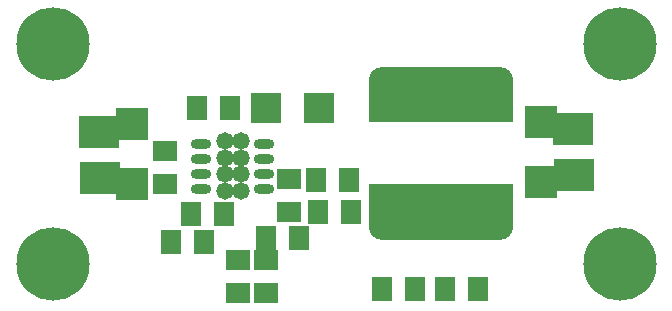
<source format=gts>
G04 Layer_Color=8388736*
%FSAX25Y25*%
%MOIN*%
G70*
G01*
G75*
%ADD41R,0.07887X0.07099*%
%ADD42R,0.07099X0.07887*%
G04:AMPARAMS|DCode=43|XSize=480.44mil|YSize=165.48mil|CornerRadius=43.37mil|HoleSize=0mil|Usage=FLASHONLY|Rotation=0.000|XOffset=0mil|YOffset=0mil|HoleType=Round|Shape=RoundedRectangle|*
%AMROUNDEDRECTD43*
21,1,0.48044,0.07874,0,0,0.0*
21,1,0.39370,0.16548,0,0,0.0*
1,1,0.08674,0.19685,-0.03937*
1,1,0.08674,-0.19685,-0.03937*
1,1,0.08674,-0.19685,0.03937*
1,1,0.08674,0.19685,0.03937*
%
%ADD43ROUNDEDRECTD43*%
%ADD44R,0.48044X0.08300*%
%ADD45O,0.06861X0.03162*%
%ADD46R,0.09855X0.09855*%
%ADD47R,0.13398X0.10800*%
%ADD48R,0.10800X0.10800*%
%ADD49C,0.24422*%
%ADD50C,0.05800*%
D41*
X0245600Y0284812D02*
D03*
Y0273788D02*
D03*
X0269700Y0237388D02*
D03*
Y0248412D02*
D03*
X0279100D02*
D03*
Y0237388D02*
D03*
X0286900Y0275512D02*
D03*
Y0264488D02*
D03*
D42*
X0247388Y0254400D02*
D03*
X0258412D02*
D03*
X0253988Y0263700D02*
D03*
X0265012D02*
D03*
X0290112Y0255800D02*
D03*
X0279088D02*
D03*
X0306912Y0275000D02*
D03*
X0295888D02*
D03*
X0307312Y0264500D02*
D03*
X0296288D02*
D03*
X0256188Y0299000D02*
D03*
X0267212D02*
D03*
X0328812Y0238800D02*
D03*
X0317788D02*
D03*
X0349912D02*
D03*
X0338888D02*
D03*
D43*
X0337500Y0304200D02*
D03*
Y0263500D02*
D03*
D44*
Y0269600D02*
D03*
Y0298400D02*
D03*
D45*
X0257500Y0286900D02*
D03*
Y0281900D02*
D03*
Y0276900D02*
D03*
Y0271900D02*
D03*
X0278500Y0286900D02*
D03*
Y0281900D02*
D03*
Y0271900D02*
D03*
Y0276900D02*
D03*
D46*
X0296758Y0298913D02*
D03*
X0279042D02*
D03*
D47*
X0381800Y0276800D02*
D03*
X0381500Y0292100D02*
D03*
X0223400Y0291160D02*
D03*
X0223700Y0275860D02*
D03*
D48*
X0370700Y0274400D02*
D03*
Y0294200D02*
D03*
X0234500Y0293560D02*
D03*
Y0273760D02*
D03*
D49*
X0397000Y0247000D02*
D03*
Y0320500D02*
D03*
X0208000D02*
D03*
Y0247000D02*
D03*
D50*
X0270900Y0282500D02*
D03*
X0265600D02*
D03*
Y0271500D02*
D03*
X0270900D02*
D03*
Y0277000D02*
D03*
X0265600D02*
D03*
Y0288000D02*
D03*
X0270900D02*
D03*
M02*

</source>
